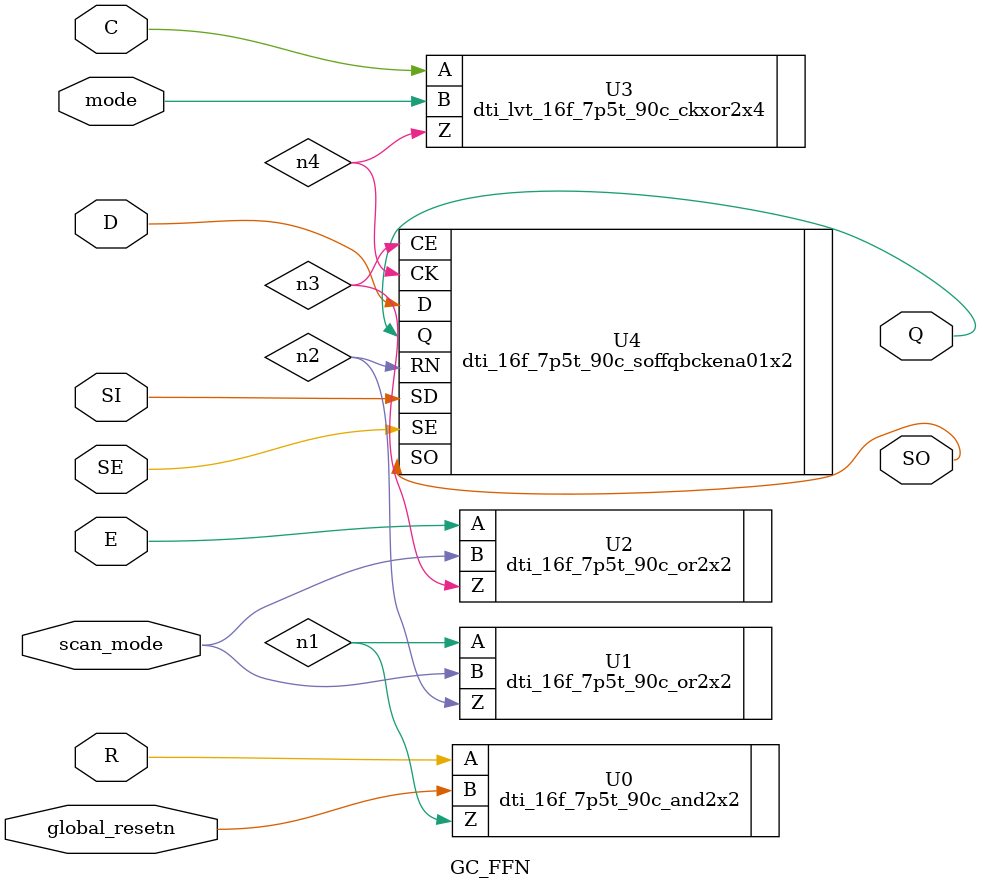
<source format=v>

module GC_FFN ( D, R, E, Q, SI, SO, SE, C , global_resetn, scan_mode, mode);
  input D, R, E, SI, SE, C, global_resetn, scan_mode, mode;
  output Q, SO;
    wire n1, n2, n3, n4;
    dti_16f_7p5t_90c_and2x2 U0(.Z(n1), .A(R), .B(global_resetn));
    dti_16f_7p5t_90c_or2x2 U1(.Z(n2), .A(n1), .B(scan_mode));
    dti_16f_7p5t_90c_or2x2 U2(.Z(n3), .A(E), .B(scan_mode));
    dti_lvt_16f_7p5t_90c_ckxor2x4 U3(.Z(n4), .A(C), .B(mode));
    dti_16f_7p5t_90c_soffqbckena01x2 U4(.Q(Q), .SO(SO), .CK(n4), .CE(n3), .D(D), .SD(SI), .SE(SE), .RN(n2));

endmodule


</source>
